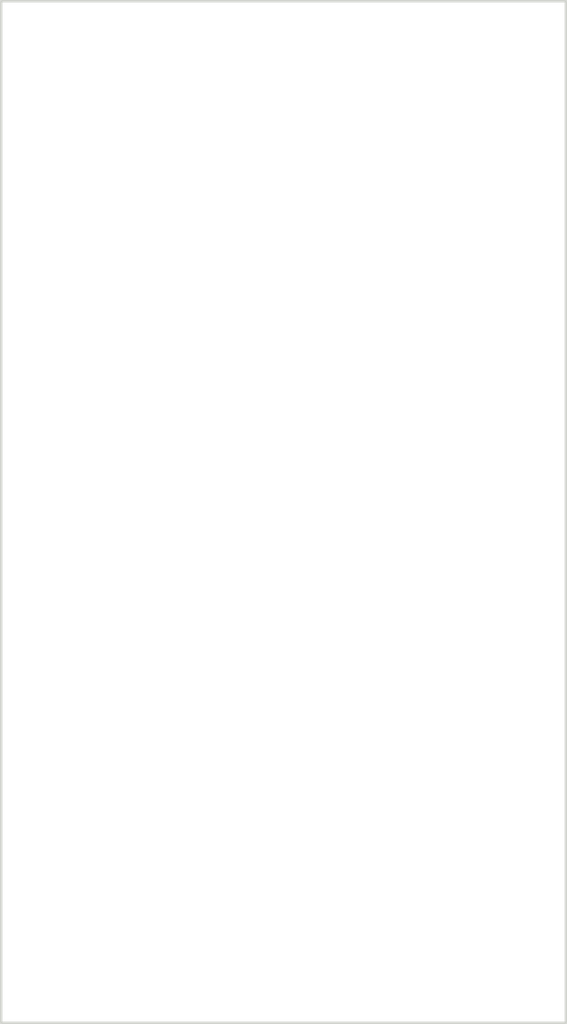
<source format=kicad_pcb>
(kicad_pcb
	(version 20240108)
	(generator "pcbnew")
	(generator_version "8.0")
	(general
		(thickness 1.6)
		(legacy_teardrops no)
	)
	(paper "A4")
	(layers
		(0 "F.Cu" signal)
		(31 "B.Cu" signal)
		(32 "B.Adhes" user "B.Adhesive")
		(33 "F.Adhes" user "F.Adhesive")
		(34 "B.Paste" user)
		(35 "F.Paste" user)
		(36 "B.SilkS" user "B.Silkscreen")
		(37 "F.SilkS" user "F.Silkscreen")
		(38 "B.Mask" user)
		(39 "F.Mask" user)
		(40 "Dwgs.User" user "User.Drawings")
		(41 "Cmts.User" user "User.Comments")
		(42 "Eco1.User" user "User.Eco1")
		(43 "Eco2.User" user "User.Eco2")
		(44 "Edge.Cuts" user)
	)
	(setup
		(pad_to_mask_clearance 0)
		(allow_soldermask_bridges_in_footprints no)
		(pcbplotparams
			(layerselection 0x00010fc_ffffffff)
			(plot_on_all_layers_selection 0x0000000_00000000)
			(disableapertmacros no)
			(usegerberextensions no)
			(usegerberattributes yes)
			(usegerberadvancedattributes yes)
			(creategerberjobfile yes)
			(dashed_line_dash_ratio 12.000000)
			(dashed_line_gap_ratio 3.000000)
			(svgprecision 4)
			(plotframeref no)
			(viasonmask no)
			(mode 1)
			(useauxorigin no)
			(hpglpennumber 1)
			(hpglpenspeed 20)
			(hpglpendiameter 15.000000)
			(pdf_front_fp_property_popups yes)
			(pdf_back_fp_property_popups yes)
			(dxfpolygonmode yes)
			(dxfimperialunits yes)
			(dxfusepcbnewfont yes)
			(psnegative no)
			(psa4output no)
			(plotreference yes)
			(plotvalue yes)
			(plotfptext yes)
			(plotinvisibletext no)
			(sketchpadsonfab no)
			(subtractmaskfromsilk no)
			(outputformat 1)
			(mirror no)
			(drillshape 1)
			(scaleselection 1)
			(outputdirectory "")
		)
	)
	(net 0 "")
	(gr_line
		(start 150 46.66)
		(end 90.965 46.66)
		(stroke
			(width 0.254)
			(type solid)
		)
		(layer "Edge.Cuts")
		(uuid "33fd46c0-1000-49ca-a65e-2d3963eea706")
	)
	(gr_line
		(start 90.965 153.34)
		(end 150 153.34)
		(stroke
			(width 0.254)
			(type solid)
		)
		(layer "Edge.Cuts")
		(uuid "a642cb14-ba9c-4a5a-958b-1995b49c28c1")
	)
	(gr_line
		(start 90.965 46.66)
		(end 90.965 153.34)
		(stroke
			(width 0.254)
			(type solid)
		)
		(layer "Edge.Cuts")
		(uuid "b4eb34be-b947-44e5-8e12-5cb4f888e6cd")
	)
	(gr_line
		(start 150 153.34)
		(end 150 46.66)
		(stroke
			(width 0.254)
			(type solid)
		)
		(layer "Edge.Cuts")
		(uuid "cedc467e-4d8e-47f7-a3df-57565d5f2f58")
	)
)

</source>
